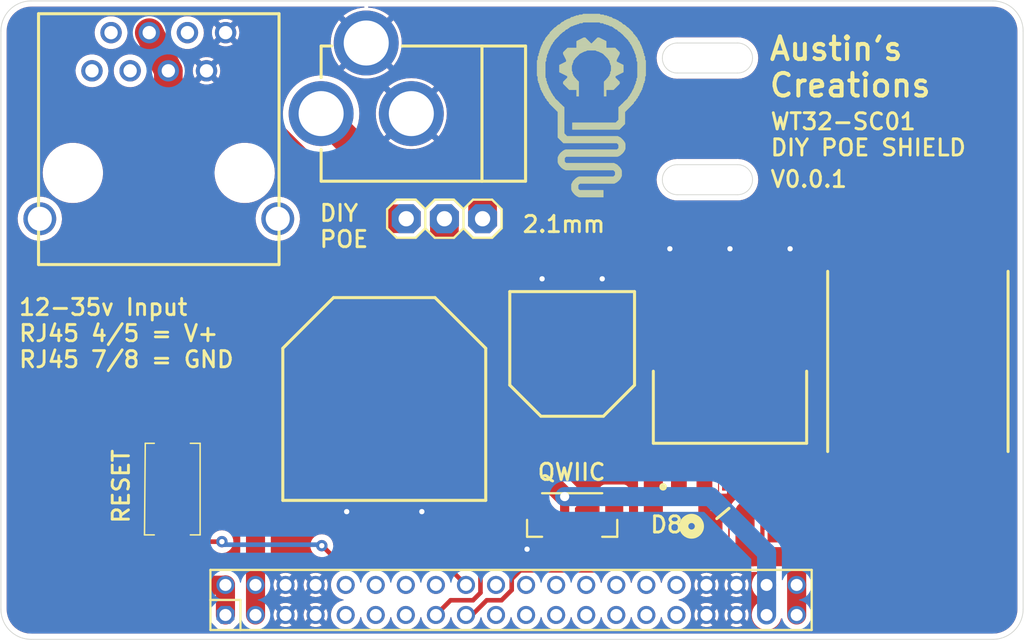
<source format=kicad_pcb>
(kicad_pcb (version 20211014) (generator pcbnew)
  (layers (0 "F.Cu" signal) (31 "B.Cu" signal) (34 "B.Paste" user) (35 "F.Paste" user) (36 "B.SilkS" user "B.Silkscreen") (37 "F.SilkS" user "F.Silkscreen") (38 "B.Mask" user) (39 "F.Mask" user) (44 "Edge.Cuts" user))
  (net 0 "")
  (net 1 "GND")
  (net 2 "IO36")
  (net 3 "IO39_LIMIT")
  (net 4 "IO34")
  (net 5 "IO19_I2C_SCL")
  (net 6 "IO18_I2C_SDA")
  (net 7 "IO21_LCD_RS")
  (net 8 "TXD")
  (net 9 "IO14_LCD_SCL")
  (net 10 "IO27")
  (net 11 "IO32")
  (net 12 "IO33")
  (net 13 "IO15_LCD_CS")
  (net 14 "IO13_LCD_SDA")
  (net 15 "ESP_EN")
  (net 16 "IO22_LCD_RST")
  (net 17 "IO23_LCD_BL")
  (net 18 "IO0")
  (net 19 "IO35")
  (net 20 "IO12_IN4")
  (net 21 "IO5_IN3")
  (net 22 "IO4_IN2")
  (net 23 "IO2_IN1")
  (net 24 "IO25_MOTOR_1")
  (net 25 "IO26_MOTOR_2")
  (net 26 "VCC")
  (net 27 "VDD")
  (net 28 "N$1")
  (net 29 "N$20")
  (net 30 "RAW")
  (net 31 "DIYPOE")
  (footprint "WT32SC01 wifi poe:PTS636SM25FSMTRLFS" (layer "F.Cu") (at 125.901094 116.25359 -90)
    (fp_text reference "J1" hide)
    (fp_text value "PTS636_SM25F_SMTR_LFS" hide)
    (pad "1" smd rect (at -3.3 0 270) (size 2.4 2.1) (layers "F.Cu" "F.Paste" "F.Mask") (net 1 "GND"))
    (pad "2" smd rect (at 3.3 0 270) (size 2.4 2.1) (layers "F.Cu" "F.Paste" "F.Mask") (net 15 "ESP_EN"))
  )
  (footprint "WT32SC01 wifi poe:LOGOMED" (layer "F.Cu") (at 149.5011 97.1536)
    (fp_text reference "U$1" hide)
    (fp_text value "LOGOMED" hide)
  )
  (footprint "WT32SC01 wifi poe:R-RJ45S08P-B000" (layer "F.Cu") (at 125.0011 98.2536 180)
    (fp_text reference "U$2" hide)
    (fp_text value "R-RJ45S08P-B000" hide)
    (pad "" np_thru_hole circle (at 5.715 3.05 180) (size 3.2512 3.2512) (drill 3.2512) (layers *.Cu *.Mask))
    (pad "" np_thru_hole circle (at -5.715 3.05 180) (size 3.2512 3.2512) (drill 3.2512) (layers *.Cu *.Mask))
    (pad "1" thru_hole circle (at 4.445 9.85 180) (size 1.4224 1.4224) (drill 0.889) (layers *.Cu *.Mask))
    (pad "2" thru_hole circle (at 3.175 12.39 180) (size 1.4224 1.4224) (drill 0.889) (layers *.Cu *.Mask))
    (pad "3" thru_hole circle (at 1.905 9.85 180) (size 1.4224 1.4224) (drill 0.889) (layers *.Cu *.Mask))
    (pad "4" thru_hole circle (at 0.635 12.39 180) (size 1.4224 1.4224) (drill 0.889) (layers *.Cu *.Mask) (net 31 "DIYPOE"))
    (pad "5" thru_hole circle (at -0.635 9.85 180) (size 1.4224 1.4224) (drill 0.889) (layers *.Cu *.Mask) (net 31 "DIYPOE"))
    (pad "6" thru_hole circle (at -1.905 12.39 180) (size 1.4224 1.4224) (drill 0.889) (layers *.Cu *.Mask))
    (pad "7" thru_hole circle (at -3.175 9.85 180) (size 1.4224 1.4224) (drill 0.889) (layers *.Cu *.Mask) (net 1 "GND"))
    (pad "8" thru_hole circle (at -4.445 12.39 180) (size 1.4224 1.4224) (drill 0.889) (layers *.Cu *.Mask) (net 1 "GND"))
    (pad "MH1" thru_hole circle (at -7.915 0 180) (size 2.1844 2.1844) (drill 1.6) (layers *.Cu *.Mask))
    (pad "MH2" thru_hole circle (at 7.915 0 180) (size 2.1844 2.1844) (drill 1.6) (layers *.Cu *.Mask))
  )
  (footprint "WT32SC01 wifi poe:1X03" (layer "F.Cu") (at 144.0011 98.2536 180)
    (fp_text reference "JP1" hide)
    (fp_text value "")
    (pad "1" thru_hole roundrect (at -2.54 0 270) (size 1.9304 1.9304) (drill 1.016) (layers *.Cu *.Mask) (chamfer_ratio 0.25) (chamfer top_left top_right bottom_left bottom_right) (net 28 "N$1"))
    (pad "2" thru_hole roundrect (at 0 0 270) (size 1.9304 1.9304) (drill 1.016) (layers *.Cu *.Mask) (chamfer_ratio 0.25) (chamfer top_left top_right bottom_left bottom_right) (net 30 "RAW"))
    (pad "3" thru_hole roundrect (at 2.54 0 270) (size 1.9304 1.9304) (drill 1.016) (layers *.Cu *.Mask) (chamfer_ratio 0.25) (chamfer top_left top_right bottom_left bottom_right) (net 31 "DIYPOE"))
  )
  (footprint "WT32SC01 wifi poe:2X20-2.00-P-BELOW" (layer "F.Cu") (at 148.436101 123.633611)
    (fp_text reference "H2" hide)
    (fp_text value "2X20-2mm" hide)
    (pad "1" thru_hole roundrect (at -19 1) (size 1.2 1.2) (drill 0.8) (layers *.Cu *.Mask) (chamfer_ratio 0.25) (chamfer top_left top_right bottom_left bottom_right) (net 27 "VDD"))
    (pad "2" thru_hole circle (at -19 -1) (size 1.2 1.2) (drill 0.8) (layers *.Cu *.Mask) (net 27 "VDD"))
    (pad "3" thru_hole circle (at -17 1) (size 1.2 1.2) (drill 0.8) (layers *.Cu *.Mask) (net 26 "VCC"))
    (pad "4" thru_hole circle (at -17 -1) (size 1.2 1.2) (drill 0.8) (layers *.Cu *.Mask) (net 26 "VCC"))
    (pad "5" thru_hole circle (at -15 1) (size 1.2 1.2) (drill 0.8) (layers *.Cu *.Mask) (net 1 "GND"))
    (pad "6" thru_hole circle (at -15 -1) (size 1.2 1.2) (drill 0.8) (layers *.Cu *.Mask) (net 1 "GND"))
    (pad "7" thru_hole circle (at -13 1) (size 1.2 1.2) (drill 0.8) (layers *.Cu *.Mask) (net 1 "GND"))
    (pad "8" thru_hole circle (at -13 -1) (size 1.2 1.2) (drill 0.8) (layers *.Cu *.Mask) (net 1 "GND"))
    (pad "9" thru_hole circle (at -11 1) (size 1.2 1.2) (drill 0.8) (layers *.Cu *.Mask) (net 2 "IO36"))
    (pad "10" thru_hole circle (at -11 -1) (size 1.2 1.2) (drill 0.8) (layers *.Cu *.Mask) (net 22 "IO4_IN2"))
    (pad "11" thru_hole circle (at -9 1) (size 1.2 1.2) (drill 0.8) (layers *.Cu *.Mask) (net 3 "IO39_LIMIT"))
    (pad "12" thru_hole circle (at -9 -1) (size 1.2 1.2) (drill 0.8) (layers *.Cu *.Mask) (net 23 "IO2_IN1"))
    (pad "13" thru_hole circle (at -7 1) (size 1.2 1.2) (drill 0.8) (layers *.Cu *.Mask) (net 4 "IO34"))
    (pad "14" thru_hole circle (at -7 -1) (size 1.2 1.2) (drill 0.8) (layers *.Cu *.Mask) (net 13 "IO15_LCD_CS"))
    (pad "15" thru_hole circle (at -5 1) (size 1.2 1.2) (drill 0.8) (layers *.Cu *.Mask) (net 5 "IO19_I2C_SCL"))
    (pad "16" thru_hole circle (at -5 -1) (size 1.2 1.2) (drill 0.8) (layers *.Cu *.Mask) (net 14 "IO13_LCD_SDA"))
    (pad "17" thru_hole circle (at -3 1) (size 1.2 1.2) (drill 0.8) (layers *.Cu *.Mask) (net 6 "IO18_I2C_SDA"))
    (pad "18" thru_hole circle (at -3 -1) (size 1.2 1.2) (drill 0.8) (layers *.Cu *.Mask) (net 15 "ESP_EN"))
    (pad "19" thru_hole circle (at -1 1) (size 1.2 1.2) (drill 0.8) (layers *.Cu *.Mask) (net 7 "IO21_LCD_RS"))
    (pad "20" thru_hole circle (at -1 -1) (size 1.2 1.2) (drill 0.8) (layers *.Cu *.Mask) (net 16 "IO22_LCD_RST"))
    (pad "21" thru_hole circle (at 1 1) (size 1.2 1.2) (drill 0.8) (layers *.Cu *.Mask) (net 8 "TXD"))
    (pad "22" thru_hole circle (at 1 -1) (size 1.2 1.2) (drill 0.8) (layers *.Cu *.Mask) (net 17 "IO23_LCD_BL"))
    (pad "23" thru_hole circle (at 3 1) (size 1.2 1.2) (drill 0.8) (layers *.Cu *.Mask) (net 20 "IO12_IN4"))
    (pad "24" thru_hole circle (at 3 -1) (size 1.2 1.2) (drill 0.8) (layers *.Cu *.Mask) (net 18 "IO0"))
    (pad "25" thru_hole circle (at 5 1) (size 1.2 1.2) (drill 0.8) (layers *.Cu *.Mask) (net 9 "IO14_LCD_SCL"))
    (pad "26" thru_hole circle (at 5 -1) (size 1.2 1.2) (drill 0.8) (layers *.Cu *.Mask) (net 21 "IO5_IN3"))
    (pad "27" thru_hole circle (at 7 1) (size 1.2 1.2) (drill 0.8) (layers *.Cu *.Mask) (net 10 "IO27"))
    (pad "28" thru_hole circle (at 7 -1) (size 1.2 1.2) (drill 0.8) (layers *.Cu *.Mask) (net 24 "IO25_MOTOR_1"))
    (pad "29" thru_hole circle (at 9 1) (size 1.2 1.2) (drill 0.8) (layers *.Cu *.Mask) (net 11 "IO32"))
    (pad "30" thru_hole circle (at 9 -1) (size 1.2 1.2) (drill 0.8) (layers *.Cu *.Mask) (net 25 "IO26_MOTOR_2"))
    (pad "31" thru_hole circle (at 11 1) (size 1.2 1.2) (drill 0.8) (layers *.Cu *.Mask) (net 12 "IO33"))
    (pad "32" thru_hole circle (at 11 -1) (size 1.2 1.2) (drill 0.8) (layers *.Cu *.Mask) (net 19 "IO35"))
    (pad "33" thru_hole circle (at 13 1) (size 1.2 1.2) (drill 0.8) (layers *.Cu *.Mask) (net 1 "GND"))
    (pad "34" thru_hole circle (at 13 -1) (size 1.2 1.2) (drill 0.8) (layers *.Cu *.Mask) (net 1 "GND"))
    (pad "35" thru_hole circle (at 15 1) (size 1.2 1.2) (drill 0.8) (layers *.Cu *.Mask) (net 1 "GND"))
    (pad "36" thru_hole circle (at 15 -1) (size 1.2 1.2) (drill 0.8) (layers *.Cu *.Mask) (net 1 "GND"))
    (pad "37" thru_hole circle (at 17 1) (size 1.2 1.2) (drill 0.8) (layers *.Cu *.Mask) (net 26 "VCC"))
    (pad "38" thru_hole circle (at 17 -1) (size 1.2 1.2) (drill 0.8) (layers *.Cu *.Mask) (net 26 "VCC"))
    (pad "39" thru_hole circle (at 19 1) (size 1.2 1.2) (drill 0.8) (layers *.Cu *.Mask) (net 27 "VDD"))
    (pad "40" thru_hole circle (at 19 -1) (size 1.2 1.2) (drill 0.8) (layers *.Cu *.Mask) (net 27 "VDD"))
  )
  (footprint "WT32SC01 wifi poe:TO170P1435X465-6N" (layer "F.Cu") (at 163.001096 108.753605 90)
    (fp_text reference "IC2" hide)
    (fp_text value "LM2596S-5.0" hide)
    (pad "1" smd rect (at -6.2 -3.4 90) (size 2.8 1.05) (layers "F.Cu" "F.Paste" "F.Mask") (net 30 "RAW"))
    (pad "2" smd rect (at -6.2 -1.7 90) (size 2.8 1.05) (layers "F.Cu" "F.Paste" "F.Mask") (net 29 "N$20"))
    (pad "3" smd rect (at -6.2 0 90) (size 2.8 1.05) (layers "F.Cu" "F.Paste" "F.Mask") (net 1 "GND"))
    (pad "4" smd rect (at -6.2 1.7 90) (size 2.8 1.05) (layers "F.Cu" "F.Paste" "F.Mask") (net 27 "VDD"))
    (pad "5" smd rect (at -6.2 3.4 90) (size 2.8 1.05) (layers "F.Cu" "F.Paste" "F.Mask") (net 1 "GND"))
    (pad "6" smd rect (at 4.15 0 180) (size 10.5 6.85) (layers "F.Cu" "F.Paste" "F.Mask") (net 1 "GND"))
  )
  (footprint "WT32SC01 wifi poe:CAPAE830X650N" (layer "F.Cu") (at 152.501092 107.253608 90)
    (fp_text reference "C6" hide)
    (fp_text value "EEEFC0J221AP-220uf-6.3v" hide)
    (pad "1" smd rect (at -3.45 0 90) (size 4.2 1.8) (layers "F.Cu" "F.Paste" "F.Mask") (net 27 "VDD"))
    (pad "2" smd rect (at 3.45 0 90) (size 4.2 1.8) (layers "F.Cu" "F.Paste" "F.Mask") (net 1 "GND"))
  )
  (footprint "WT32SC01 wifi poe:BM04B-SRSS-TB" (layer "F.Cu") (at 152.501092 119.753609 180)
    (fp_text reference "QWIIC1" hide)
    (fp_text value "QWIICUPRIGHT" hide)
    (pad "1" smd rect (at 1.5 0 180) (size 0.6 1.55) (layers "F.Cu" "F.Paste" "F.Mask") (net 1 "GND"))
    (pad "2" smd rect (at 0.5 0 180) (size 0.6 1.55) (layers "F.Cu" "F.Paste" "F.Mask") (net 26 "VCC"))
    (pad "3" smd rect (at -0.5 0 180) (size 0.6 1.55) (layers "F.Cu" "F.Paste" "F.Mask") (net 6 "IO18_I2C_SDA"))
    (pad "4" smd rect (at -1.5 0 180) (size 0.6 1.55) (layers "F.Cu" "F.Paste" "F.Mask") (net 5 "IO19_I2C_SCL"))
    (pad "M1" smd rect (at 2.8 2.525 180) (size 1.2 1.8) (layers "F.Cu" "F.Paste" "F.Mask"))
    (pad "M2" smd rect (at -2.8 2.525 180) (size 1.2 1.8) (layers "F.Cu" "F.Paste" "F.Mask"))
  )
  (footprint "WT32SC01 wifi poe:POWER_JACK_PTH" (layer "F.Cu") (at 149.501098 91.253589 90)
    (fp_text reference "J4" hide)
    (fp_text value "POWER_JACK" hide)
    (pad "GND" thru_hole circle (at 0 -7.7 90) (size 4.318 4.318) (drill 2.9972) (layers *.Cu *.Mask) (net 1 "GND"))
    (pad "GNDBREAK" thru_hole circle (at 4.7 -10.7 180) (size 4.318 4.318) (drill 2.9972) (layers *.Cu *.Mask) (net 1 "GND"))
    (pad "PWR" thru_hole circle (at 0 -13.7 90) (size 4.318 4.318) (drill 2.9972) (layers *.Cu *.Mask) (net 28 "N$1"))
  )
  (footprint "WT32SC01 wifi poe:CAPAE1350X1400N" (layer "F.Cu") (at 140.001092 110.253602 -90)
    (fp_text reference "C5" hide)
    (fp_text value "RVT1V681M1213-680uf-35v" hide)
    (pad "1" smd rect (at -5.55 0 270) (size 5.5 2.2) (layers "F.Cu" "F.Paste" "F.Mask") (net 30 "RAW"))
    (pad "2" smd rect (at 5.55 0 270) (size 5.5 2.2) (layers "F.Cu" "F.Paste" "F.Mask") (net 1 "GND"))
  )
  (footprint "WT32SC01 wifi poe:INDPM120120X800N" (layer "F.Cu") (at 175.5011 107.7536 -90)
    (fp_text reference "L1" hide)
    (fp_text value "SMDRI127-330MT" hide)
    (pad "1" smd rect (at -5.05 0) (size 5.1 3.2) (layers "F.Cu" "F.Paste" "F.Mask") (net 29 "N$20"))
    (pad "2" smd rect (at 5.05 0) (size 5.1 3.2) (layers "F.Cu" "F.Paste" "F.Mask") (net 27 "VDD"))
  )
  (footprint "WT32SC01 wifi poe:PMEG3050EP115" (layer "F.Cu") (at 164.001094 118.753611)
    (fp_text reference "D8" hide)
    (fp_text value "PMEG3050EP,115" hide)
    (pad "1" smd rect (at -2.2 0 90) (size 2.1 1.4) (layers "F.Cu" "F.Paste" "F.Mask") (net 29 "N$20"))
    (pad "2" smd rect (at 2.2 0 90) (size 2.1 1.4) (layers "F.Cu" "F.Paste" "F.Mask") (net 1 "GND"))
  )
  (gr_arc (start 158.5011 87.5536) (mid 158.793993 86.846493) (end 159.5011 86.5536) (layer "Edge.Cuts") (width 0.05))
  (gr_arc (start 180.5011 83.7536) (mid 181.915314 84.339386) (end 182.5011 85.7536) (layer "Edge.Cuts") (width 0.05))
  (gr_arc (start 163.5011 86.5536) (mid 164.208207 86.846493) (end 164.5011 87.5536) (layer "Edge.Cuts") (width 0.05))
  (gr_arc (start 164.5011 87.5536) (mid 164.208207 88.260707) (end 163.5011 88.5536) (layer "Edge.Cuts") (width 0.05))
  (gr_arc (start 182.5011 124.2536) (mid 181.915314 125.667814) (end 180.5011 126.2536) (layer "Edge.Cuts") (width 0.05))
  (gr_line (start 163.5011 86.5536) (end 159.5011 86.5536) (layer "Edge.Cuts") (width 0.05))
  (gr_line (start 116.5011 126.2536) (end 180.5011 126.2536) (layer "Edge.Cuts") (width 0.05))
  (gr_line (start 182.5011 85.7536) (end 182.5011 124.2536) (layer "Edge.Cuts") (width 0.05))
  (gr_line (start 163.5011 94.6536) (end 159.5011 94.6536) (layer "Edge.Cuts") (width 0.05))
  (gr_arc (start 116.5011 126.2536) (mid 115.086886 125.667814) (end 114.5011 124.2536) (layer "Edge.Cuts") (width 0.05))
  (gr_arc (start 158.5011 95.6536) (mid 158.793993 94.946493) (end 159.5011 94.6536) (layer "Edge.Cuts") (width 0.05))
  (gr_arc (start 164.5011 95.6536) (mid 164.208207 96.360707) (end 163.5011 96.6536) (layer "Edge.Cuts") (width 0.05))
  (gr_line (start 116.5011 83.7536) (end 180.5011 83.7536) (layer "Edge.Cuts") (width 0.05))
  (gr_arc (start 159.5011 96.6536) (mid 158.793993 96.360707) (end 158.5011 95.6536) (layer "Edge.Cuts") (width 0.05))
  (gr_line (start 114.5011 124.2536) (end 114.5011 85.7536) (layer "Edge.Cuts") (width 0.05))
  (gr_line (start 159.5011 88.5536) (end 163.5011 88.5536) (layer "Edge.Cuts") (width 0.05))
  (gr_line (start 159.5011 96.6536) (end 163.5011 96.6536) (layer "Edge.Cuts") (width 0.05))
  (gr_arc (start 163.5011 94.6536) (mid 164.208207 94.946493) (end 164.5011 95.6536) (layer "Edge.Cuts") (width 0.05))
  (gr_arc (start 159.5011 88.5536) (mid 158.793993 88.260707) (end 158.5011 87.5536) (layer "Edge.Cuts") (width 0.05))
  (gr_arc (start 114.5011 85.7536) (mid 115.086886 84.339386) (end 116.5011 83.7536) (layer "Edge.Cuts") (width 0.05))
  (gr_text "RESET" (at 123.125 118.635 90) (layer "F.SilkS") (effects (font (size 1.0795 1.0795) (thickness 0.1905)) (justify left bottom)))
  (gr_text "QWIIC" (at 150.1011 115.7536) (layer "F.SilkS") (effects (font (size 1.0795 1.0795) (thickness 0.1905)) (justify left bottom)))
  (gr_text "D8" (at 157.6011 119.2536) (layer "F.SilkS") (effects (font (size 1.0795 1.0795) (thickness 0.1905)) (justify left bottom)))
  (gr_text "2.1mm" (at 149.1011 99.2536) (layer "F.SilkS") (effects (font (size 1.0795 1.0795) (thickness 0.1905)) (justify left bottom)))
  (gr_text "Austin's\nCreations" (at 165.5011 90.2536) (layer "F.SilkS") (effects (font (size 1.5113 1.5113) (thickness 0.2667)) (justify left bottom)))
  (gr_text "WT32-SC01\nDIY POE SHIELD" (at 165.6011 94.1536) (layer "F.SilkS") (effects (font (size 1.0795 1.0795) (thickness 0.1905)) (justify left bottom)))
  (gr_text "12-35v Input\nRJ45 4/5 = V+\nRJ45 7/8 = GND" (at 115.6011 108.2536) (layer "F.SilkS") (effects (font (size 1.0795 1.0795) (thickness 0.1905)) (justify left bottom)))
  (gr_text "V0.0.1" (at 165.6011 96.2536) (layer "F.SilkS") (effects (font (size 1.0795 1.0795) (thickness 0.1905)) (justify left bottom)))
  (gr_text "DIY\nPOE" (at 135.6011 100.2536) (layer "F.SilkS") (effects (font (size 1.0795 1.0795) (thickness 0.1905)) (justify left bottom)))
  (segment (start 150.5011 120.2536) (end 149.5011 120.2536) (width 0.6096) (layer "F.Cu") (net 1))
  (segment (start 166.2011 118.7536) (end 166.2011 115.1536) (width 0.8128) (layer "F.Cu") (net 1))
  (segment (start 163.0011 114.9536) (end 163.0011 104.6036) (width 0.8128) (layer "F.Cu") (net 1))
  (segment (start 166.4011 108.0036) (end 163.0011 104.6036) (width 0.8128) (layer "F.Cu") (net 1))
  (segment (start 151.0011 119.7536) (end 150.5011 120.2536) (width 0.6096) (layer "F.Cu") (net 1))
  (segment (start 166.4011 114.9536) (end 166.4011 108.0036) (width 0.8128) (layer "F.Cu") (net 1))
  (segment (start 166.2011 115.1536) (end 166.4011 114.9536) (width 0.8128) (layer "F.Cu") (net 1))
  (via (at 150.5011 102.2536) (size 0.7564) (drill 0.35) (layers "F.Cu" "B.Cu") (net 1))
  (via (at 142.5011 117.7536) (size 0.7564) (drill 0.35) (layers "F.Cu" "B.Cu") (net 1))
  (via (at 137.5011 117.7536) (size 0.7564) (drill 0.35) (layers "F.Cu" "B.Cu") (net 1))
  (via (at 149.5011 120.2536) (size 0.7564) (drill 0.35) (layers "F.Cu" "B.Cu") (net 1))
  (via (at 167.0011 100.2536) (size 0.7564) (drill 0.35) (layers "F.Cu" "B.Cu") (net 1))
  (via (at 163.0011 100.2536) (size 0.7564) (drill 0.35) (layers "F.Cu" "B.Cu") (net 1))
  (via (at 154.5011 102.2536) (size 0.7564) (drill 0.35) (layers "F.Cu" "B.Cu") (net 1))
  (via (at 159.0011 100.2536) (size 0.7564) (drill 0.35) (layers "F.Cu" "B.Cu") (net 1))
  (segment (start 145.9011 123.6536) (end 146.4011 123.1536) (width 0.3048) (layer "F.Cu") (net 5))
  (segment (start 154.0011 120.7536) (end 153.6011 121.1536) (width 0.3048) (layer "F.Cu") (net 5))
  (segment (start 143.4361 124.6336) (end 144.4161 123.6536) (width 0.3048) (layer "F.Cu") (net 5))
  (segment (start 154.0011 119.7536) (end 154.0011 120.7536) (width 0.3048) (layer "F.Cu") (net 5))
  (segment (start 146.4011 121.9536) (end 147.2011 121.1536) (width 0.3048) (layer "F.Cu") (net 5))
  (segment (start 146.4011 123.1536) (end 146.4011 121.9536) (width 0.3048) (layer "F.Cu") (net 5))
  (segment (start 144.4161 123.6536) (end 145.9011 123.6536) (width 0.3048) (layer "F.Cu") (net 5))
  (segment (start 147.2011 121.1536) (end 153.6011 121.1536) (width 0.3048) (layer "F.Cu") (net 5))
  (segment (start 153.9931 121.6616) (end 154.8011 120.8536) (width 0.3048) (layer "F.Cu") (net 6))
  (segment (start 154.4011 118.5536) (end 153.3011 118.5536) (width 0.3048) (layer "F.Cu") (net 6))
  (segment (start 154.8011 118.9536) (end 154.4011 118.5536) (width 0.3048) (layer "F.Cu") (net 6))
  (segment (start 154.8011 120.8536) (end 154.8011 118.9536) (width 0.3048) (layer "F.Cu") (net 6))
  (segment (start 148.4805 122.9742) (end 148.4805 122.237775) (width 0.3048) (layer "F.Cu") (net 6))
  (segment (start 153.0011 118.8536) (end 153.0011 119.7536) (width 0.3048) (layer "F.Cu") (net 6))
  (segment (start 146.819525 123.6536) (end 145.839525 124.6336) (width 0.3048) (layer "F.Cu") (net 6))
  (segment (start 147.8011 123.6536) (end 148.4805 122.9742) (width 0.3048) (layer "F.Cu") (net 6))
  (segment (start 146.819525 123.6536) (end 147.8011 123.6536) (width 0.3048) (layer "F.Cu") (net 6))
  (segment (start 145.4361 124.6336) (end 145.839525 124.6336) (width 0.3048) (layer "F.Cu") (net 6))
  (segment (start 149.056675 121.6616) (end 153.9931 121.6616) (width 0.3048) (layer "F.Cu") (net 6))
  (segment (start 153.3011 118.5536) (end 153.0011 118.8536) (width 0.3048) (layer "F.Cu") (net 6))
  (segment (start 148.4805 122.237775) (end 149.056675 121.6616) (width 0.3048) (layer "F.Cu") (net 6))
  (segment (start 144.1725 121.37) (end 145.4361 122.6336) (width 0.3048) (layer "F.Cu") (net 15))
  (segment (start 129.2011 119.7536) (end 126.1011 119.7536) (width 0.3048) (layer "F.Cu") (net 15))
  (segment (start 126.1011 119.7536) (end 125.9011 119.5536) (width 0.3048) (layer "F.Cu") (net 15))
  (segment (start 135.845 120.02) (end 135.87 120.02) (width 0.3048) (layer "F.Cu") (net 15))
  (segment (start 137.22 121.37) (end 144.1725 121.37) (width 0.3048) (layer "F.Cu") (net 15))
  (segment (start 135.87 120.02) (end 137.22 121.37) (width 0.3048) (layer "F.Cu") (net 15))
  (via (at 129.2011 119.7536) (size 0.7564) (drill 0.35) (layers "F.Cu" "B.Cu") (net 15))
  (via (at 135.845 120.02) (size 0.7564) (drill 0.35) (layers "F.Cu" "B.Cu") (net 15))
  (segment (start 129.4011 119.9536) (end 129.2011 119.7536) (width 0.3048) (layer "B.Cu") (net 15))
  (segment (start 135.845 120.02) (end 135.7786 119.9536) (width 0.3048) (layer "B.Cu") (net 15))
  (segment (start 135.7786 119.9536) (end 129.4011 119.9536) (width 0.3048) (layer "B.Cu") (net 15))
  (segment (start 146.8275 111.58) (end 152.0011 116.7536) (width 1.27) (layer "F.Cu") (net 26))
  (segment (start 131.4361 117.8186) (end 137.6747 111.58) (width 1.27) (layer "F.Cu") (net 26))
  (segment (start 152.0011 119.7536) (end 152.0011 116.7536) (width 0.6096) (layer "F.Cu") (net 26))
  (segment (start 131.4361 124.6336) (end 131.4361 117.8186) (width 1.27) (layer "F.Cu") (net 26))
  (segment (start 137.6747 111.58) (end 146.8275 111.58) (width 1.27) (layer "F.Cu") (net 26))
  (via (at 152.0011 116.7536) (size 1.016) (drill 0.6096) (layers "F.Cu" "B.Cu") (net 26))
  (segment (start 161.7011 116.7536) (end 152.0011 116.7536) (width 1.27) (layer "B.Cu") (net 26))
  (segment (start 165.4361 124.6336) (end 165.4361 122.6336) (width 1.27) (layer "B.Cu") (net 26))
  (segment (start 165.4361 122.6336) (end 165.4361 120.4886) (width 1.27) (layer "B.Cu") (net 26))
  (segment (start 165.4361 120.4886) (end 161.7011 116.7536) (width 1.27) (layer "B.Cu") (net 26))
  (segment (start 123.2011 122.6536) (end 129.4161 122.6536) (width 1.27) (layer "F.Cu") (net 27))
  (segment (start 129.4161 122.6536) (end 129.4361 122.6336) (width 1.27) (layer "F.Cu") (net 27))
  (segment (start 164.0011 117.7536) (end 164.0011 120.2536) (width 1.27) (layer "F.Cu") (net 27))
  (segment (start 127.5011 116.2536) (end 124.0011 116.2536) (width 1.27) (layer "F.Cu") (net 27))
  (segment (start 157.9011 118.1536) (end 157.9011 114.9036) (width 1.27) (layer "F.Cu") (net 27))
  (segment (start 167.5511 120.7536) (end 175.5011 112.8036) (width 1.27) (layer "F.Cu") (net 27))
  (segment (start 160.5011 120.7536) (end 157.9011 118.1536) (width 1.27) (layer "F.Cu") (net 27))
  (segment (start 167.4361 122.6336) (end 167.4361 120.8686) (width 1.27) (layer "F.Cu") (net 27))
  (segment (start 124.0011 116.2536) (end 122.5011 117.7536) (width 1.27) (layer "F.Cu") (net 27))
  (segment (start 134.7197 109.035) (end 127.5011 116.2536) (width 1.27) (layer "F.Cu") (net 27))
  (segment (start 164.0011 120.2536) (end 164.5011 120.7536) (width 1.27) (layer "F.Cu") (net 27))
  (segment (start 153.7011 110.7036) (end 152.5011 110.7036) (width 1.27) (layer "F.Cu") (net 27))
  (segment (start 167.5511 120.7536) (end 164.5011 120.7536) (width 1.27) (layer "F.Cu") (net 27))
  (segment (start 152.5011 110.7036) (end 150.8325 109.035) (width 1.27) (layer "F.Cu") (net 27))
  (segment (start 157.9011 114.9036) (end 153.7011 110.7036) (width 1.27) (layer "F.Cu") (net 27))
  (segment (start 164.7011 117.0536) (end 164.0011 117.7536) (width 1.27) (layer "F.Cu") (net 27))
  (segment (start 122.5011 117.7536) (end 122.5011 121.9536) (width 1.27) (layer "F.Cu") (net 27))
  (segment (start 150.8325 109.035) (end 134.7197 109.035) (width 1.27) (layer "F.Cu") (net 27))
  (segment (start 167.4361 120.8686) (end 167.5511 120.7536) (width 1.27) (layer "F.Cu") (net 27))
  (segment (start 164.7011 114.9536) (end 164.7011 117.0536) (width 1.27) (layer "F.Cu") (net 27))
  (segment (start 122.5011 121.9536) (end 123.2011 122.6536) (width 1.27) (layer "F.Cu") (net 27))
  (segment (start 167.4361 124.6336) (end 167.4361 122.6336) (width 1.27) (layer "F.Cu") (net 27))
  (segment (start 129.4361 122.6336) (end 129.4361 124.6336) (width 1.27) (layer "F.Cu") (net 27))
  (segment (start 164.5011 120.7536) (end 160.5011 120.7536) (width 1.27) (layer "F.Cu") (net 27))
  (segment (start 145.5011 95.2536) (end 146.5411 96.2936) (width 1.905) (layer "F.Cu") (net 28))
  (segment (start 146.5411 96.2936) (end 146.5411 98.2536) (width 1.905) (layer "F.Cu") (net 28))
  (segment (start 135.8011 91.2536) (end 139.8011 95.2536) (width 1.905) (layer "F.Cu") (net 28))
  (segment (start 139.8011 95.2536) (end 145.5011 95.2536) (width 1.905) (layer "F.Cu") (net 28))
  (segment (start 171.5511 98.7536) (end 175.5011 102.7036) (width 0.8128) (layer "F.Cu") (net 29))
  (segment (start 161.3011 114.9536) (end 161.3011 113.593469) (width 0.8128) (layer "F.Cu") (net 29))
  (segment (start 161.3011 113.593469) (end 156.0011 108.293469) (width 0.8128) (layer "F.Cu") (net 29))
  (segment (start 158.0011 98.7536) (end 171.5511 98.7536) (width 0.8128) (layer "F.Cu") (net 29))
  (segment (start 156.0011 100.7536) (end 158.0011 98.7536) (width 0.8128) (layer "F.Cu") (net 29))
  (segment (start 161.8011 118.7536) (end 161.3011 118.2536) (width 0.8128) (layer "F.Cu") (net 29))
  (segment (start 161.3011 118.2536) (end 161.3011 114.9536) (width 0.8128) (layer "F.Cu") (net 29))
  (segment (start 156.0011 108.293469) (end 156.0011 100.7536) (width 0.8128) (layer "F.Cu") (net 29))
  (segment (start 144.9011 106.4536) (end 144.0011 105.5536) (width 1.905) (layer "F.Cu") (net 30))
  (segment (start 144.0011 98.2536) (end 144.0011 105.5536) (width 1.905) (layer "F.Cu") (net 30))
  (segment (start 154.5011 108.0536) (end 154.5011 108.6536) (width 1.27) (layer "F.Cu") (net 30))
  (segment (start 145.5011 107.5036) (end 144.9011 106.9036) (width 1.27) (layer "F.Cu") (net 30))
  (segment (start 159.6011 113.7536) (end 154.5011 108.6536) (width 1.27) (layer "F.Cu") (net 30))
  (segment (start 142.7011 104.7036) (end 140.0011 104.7036) (width 1.27) (layer "F.Cu") (net 30))
  (segment (start 154.5011 108.0536) (end 153.9511 107.5036) (width 1.27) (layer "F.Cu") (net 30))
  (segment (start 144.9011 106.9036) (end 142.7011 104.7036) (width 1.27) (layer "F.Cu") (net 30))
  (segment (start 159.6011 113.7536) (end 159.6011 114.9536) (width 1.27) (layer "F.Cu") (net 30))
  (segment (start 144.9011 106.4536) (end 144.9011 106.9036) (width 1.905) (layer "F.Cu") (net 30))
  (segment (start 153.9511 107.5036) (end 145.5011 107.5036) (width 1.27) (layer "F.Cu") (net 30))
  (segment (start 124.3661 85.8636) (end 125.6361 88.4036) (width 1.905) (layer "F.Cu") (net 31))
  (segment (start 125.6361 88.4036) (end 125.6361 89.8886) (width 1.905) (layer "F.Cu") (net 31))
  (segment (start 127.0011 91.2536) (end 131.113406 91.2536) (width 1.905) (layer "F.Cu") (net 31))
  (segment (start 138.113406 98.2536) (end 131.113406 91.2536) (width 1.905) (layer "F.Cu") (net 31))
  (segment (start 138.113406 98.2536) (end 141.4611 98.2536) (width 1.905) (layer "F.Cu") (net 31))
  (segment (start 125.6361 89.8886) (end 127.0011 91.2536) (width 1.905) (layer "F.Cu") (net 31))
  (zone (net 1) (net_name "GND") (layers F&B.Cu) (priority 6) (connect_pads (clearance 0.381)) (min_thickness 0.0635) (fill yes (thermal_gap 0.2032) (thermal_bridge_width 0.4064))
    (polygon (pts (xy 182.5646 126.3171) (xy 114.4376 126.3171) (xy 114.4376 83.6901) (xy 182.5646 83.6901)))
  )
)
</source>
